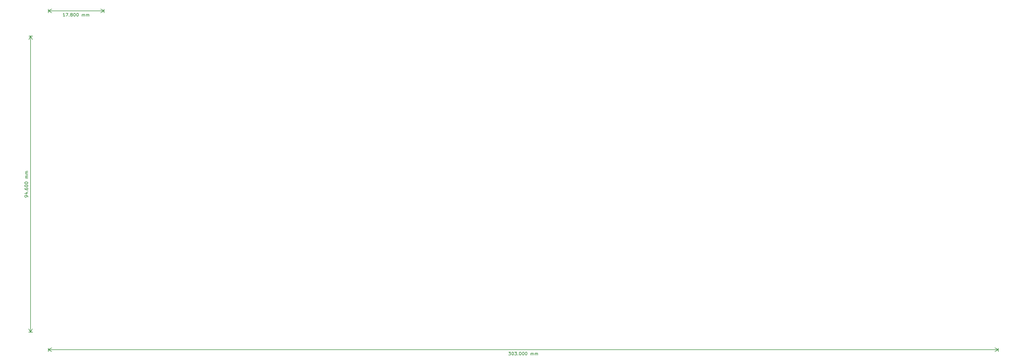
<source format=gto>
G04 #@! TF.GenerationSoftware,KiCad,Pcbnew,(5.1.9-1-g591a07d2d9)-1*
G04 #@! TF.CreationDate,2021-05-31T00:50:00-06:00*
G04 #@! TF.ProjectId,keyboard-layout,6b657962-6f61-4726-942d-6c61796f7574,rev?*
G04 #@! TF.SameCoordinates,Original*
G04 #@! TF.FileFunction,Legend,Top*
G04 #@! TF.FilePolarity,Positive*
%FSLAX46Y46*%
G04 Gerber Fmt 4.6, Leading zero omitted, Abs format (unit mm)*
G04 Created by KiCad (PCBNEW (5.1.9-1-g591a07d2d9)-1) date 2021-05-31 00:50:00*
%MOMM*%
%LPD*%
G01*
G04 APERTURE LIST*
%ADD10C,0.150000*%
G04 APERTURE END LIST*
D10*
X167758333Y-120827380D02*
X168377380Y-120827380D01*
X168044047Y-121208333D01*
X168186904Y-121208333D01*
X168282142Y-121255952D01*
X168329761Y-121303571D01*
X168377380Y-121398809D01*
X168377380Y-121636904D01*
X168329761Y-121732142D01*
X168282142Y-121779761D01*
X168186904Y-121827380D01*
X167901190Y-121827380D01*
X167805952Y-121779761D01*
X167758333Y-121732142D01*
X168996428Y-120827380D02*
X169091666Y-120827380D01*
X169186904Y-120875000D01*
X169234523Y-120922619D01*
X169282142Y-121017857D01*
X169329761Y-121208333D01*
X169329761Y-121446428D01*
X169282142Y-121636904D01*
X169234523Y-121732142D01*
X169186904Y-121779761D01*
X169091666Y-121827380D01*
X168996428Y-121827380D01*
X168901190Y-121779761D01*
X168853571Y-121732142D01*
X168805952Y-121636904D01*
X168758333Y-121446428D01*
X168758333Y-121208333D01*
X168805952Y-121017857D01*
X168853571Y-120922619D01*
X168901190Y-120875000D01*
X168996428Y-120827380D01*
X169663095Y-120827380D02*
X170282142Y-120827380D01*
X169948809Y-121208333D01*
X170091666Y-121208333D01*
X170186904Y-121255952D01*
X170234523Y-121303571D01*
X170282142Y-121398809D01*
X170282142Y-121636904D01*
X170234523Y-121732142D01*
X170186904Y-121779761D01*
X170091666Y-121827380D01*
X169805952Y-121827380D01*
X169710714Y-121779761D01*
X169663095Y-121732142D01*
X170710714Y-121732142D02*
X170758333Y-121779761D01*
X170710714Y-121827380D01*
X170663095Y-121779761D01*
X170710714Y-121732142D01*
X170710714Y-121827380D01*
X171377380Y-120827380D02*
X171472619Y-120827380D01*
X171567857Y-120875000D01*
X171615476Y-120922619D01*
X171663095Y-121017857D01*
X171710714Y-121208333D01*
X171710714Y-121446428D01*
X171663095Y-121636904D01*
X171615476Y-121732142D01*
X171567857Y-121779761D01*
X171472619Y-121827380D01*
X171377380Y-121827380D01*
X171282142Y-121779761D01*
X171234523Y-121732142D01*
X171186904Y-121636904D01*
X171139285Y-121446428D01*
X171139285Y-121208333D01*
X171186904Y-121017857D01*
X171234523Y-120922619D01*
X171282142Y-120875000D01*
X171377380Y-120827380D01*
X172329761Y-120827380D02*
X172425000Y-120827380D01*
X172520238Y-120875000D01*
X172567857Y-120922619D01*
X172615476Y-121017857D01*
X172663095Y-121208333D01*
X172663095Y-121446428D01*
X172615476Y-121636904D01*
X172567857Y-121732142D01*
X172520238Y-121779761D01*
X172425000Y-121827380D01*
X172329761Y-121827380D01*
X172234523Y-121779761D01*
X172186904Y-121732142D01*
X172139285Y-121636904D01*
X172091666Y-121446428D01*
X172091666Y-121208333D01*
X172139285Y-121017857D01*
X172186904Y-120922619D01*
X172234523Y-120875000D01*
X172329761Y-120827380D01*
X173282142Y-120827380D02*
X173377380Y-120827380D01*
X173472619Y-120875000D01*
X173520238Y-120922619D01*
X173567857Y-121017857D01*
X173615476Y-121208333D01*
X173615476Y-121446428D01*
X173567857Y-121636904D01*
X173520238Y-121732142D01*
X173472619Y-121779761D01*
X173377380Y-121827380D01*
X173282142Y-121827380D01*
X173186904Y-121779761D01*
X173139285Y-121732142D01*
X173091666Y-121636904D01*
X173044047Y-121446428D01*
X173044047Y-121208333D01*
X173091666Y-121017857D01*
X173139285Y-120922619D01*
X173186904Y-120875000D01*
X173282142Y-120827380D01*
X174805952Y-121827380D02*
X174805952Y-121160714D01*
X174805952Y-121255952D02*
X174853571Y-121208333D01*
X174948809Y-121160714D01*
X175091666Y-121160714D01*
X175186904Y-121208333D01*
X175234523Y-121303571D01*
X175234523Y-121827380D01*
X175234523Y-121303571D02*
X175282142Y-121208333D01*
X175377380Y-121160714D01*
X175520238Y-121160714D01*
X175615476Y-121208333D01*
X175663095Y-121303571D01*
X175663095Y-121827380D01*
X176139285Y-121827380D02*
X176139285Y-121160714D01*
X176139285Y-121255952D02*
X176186904Y-121208333D01*
X176282142Y-121160714D01*
X176425000Y-121160714D01*
X176520238Y-121208333D01*
X176567857Y-121303571D01*
X176567857Y-121827380D01*
X176567857Y-121303571D02*
X176615476Y-121208333D01*
X176710714Y-121160714D01*
X176853571Y-121160714D01*
X176948809Y-121208333D01*
X176996428Y-121303571D01*
X176996428Y-121827380D01*
X20925000Y-120075000D02*
X323925000Y-120075000D01*
X20925000Y-119550000D02*
X20925000Y-120661421D01*
X323925000Y-119550000D02*
X323925000Y-120661421D01*
X323925000Y-120075000D02*
X322798496Y-120661421D01*
X323925000Y-120075000D02*
X322798496Y-119488579D01*
X20925000Y-120075000D02*
X22051504Y-120661421D01*
X20925000Y-120075000D02*
X22051504Y-119488579D01*
X14442299Y-71296055D02*
X14442299Y-71105578D01*
X14394680Y-71010340D01*
X14347061Y-70962721D01*
X14204204Y-70867483D01*
X14013728Y-70819864D01*
X13632776Y-70819864D01*
X13537538Y-70867483D01*
X13489919Y-70915102D01*
X13442299Y-71010340D01*
X13442299Y-71200816D01*
X13489919Y-71296055D01*
X13537538Y-71343674D01*
X13632776Y-71391293D01*
X13870871Y-71391293D01*
X13966109Y-71343674D01*
X14013728Y-71296055D01*
X14061347Y-71200816D01*
X14061347Y-71010340D01*
X14013728Y-70915102D01*
X13966109Y-70867483D01*
X13870871Y-70819864D01*
X13775633Y-69962721D02*
X14442299Y-69962721D01*
X13394680Y-70200816D02*
X14108966Y-70438912D01*
X14108966Y-69819864D01*
X14347061Y-69438912D02*
X14394680Y-69391293D01*
X14442299Y-69438912D01*
X14394680Y-69486531D01*
X14347061Y-69438912D01*
X14442299Y-69438912D01*
X13442299Y-68534150D02*
X13442299Y-68724626D01*
X13489919Y-68819864D01*
X13537538Y-68867483D01*
X13680395Y-68962721D01*
X13870871Y-69010340D01*
X14251823Y-69010340D01*
X14347061Y-68962721D01*
X14394680Y-68915102D01*
X14442299Y-68819864D01*
X14442299Y-68629388D01*
X14394680Y-68534150D01*
X14347061Y-68486531D01*
X14251823Y-68438912D01*
X14013728Y-68438912D01*
X13918490Y-68486531D01*
X13870871Y-68534150D01*
X13823252Y-68629388D01*
X13823252Y-68819864D01*
X13870871Y-68915102D01*
X13918490Y-68962721D01*
X14013728Y-69010340D01*
X13442299Y-67819864D02*
X13442299Y-67724626D01*
X13489919Y-67629388D01*
X13537538Y-67581769D01*
X13632776Y-67534150D01*
X13823252Y-67486531D01*
X14061347Y-67486531D01*
X14251823Y-67534150D01*
X14347061Y-67581769D01*
X14394680Y-67629388D01*
X14442299Y-67724626D01*
X14442299Y-67819864D01*
X14394680Y-67915102D01*
X14347061Y-67962721D01*
X14251823Y-68010340D01*
X14061347Y-68057959D01*
X13823252Y-68057959D01*
X13632776Y-68010340D01*
X13537538Y-67962721D01*
X13489919Y-67915102D01*
X13442299Y-67819864D01*
X13442299Y-66867483D02*
X13442299Y-66772245D01*
X13489919Y-66677007D01*
X13537538Y-66629388D01*
X13632776Y-66581769D01*
X13823252Y-66534150D01*
X14061347Y-66534150D01*
X14251823Y-66581769D01*
X14347061Y-66629388D01*
X14394680Y-66677007D01*
X14442299Y-66772245D01*
X14442299Y-66867483D01*
X14394680Y-66962721D01*
X14347061Y-67010340D01*
X14251823Y-67057959D01*
X14061347Y-67105578D01*
X13823252Y-67105578D01*
X13632776Y-67057959D01*
X13537538Y-67010340D01*
X13489919Y-66962721D01*
X13442299Y-66867483D01*
X14442299Y-65343674D02*
X13775633Y-65343674D01*
X13870871Y-65343674D02*
X13823252Y-65296055D01*
X13775633Y-65200816D01*
X13775633Y-65057959D01*
X13823252Y-64962721D01*
X13918490Y-64915102D01*
X14442299Y-64915102D01*
X13918490Y-64915102D02*
X13823252Y-64867483D01*
X13775633Y-64772245D01*
X13775633Y-64629388D01*
X13823252Y-64534150D01*
X13918490Y-64486531D01*
X14442299Y-64486531D01*
X14442299Y-64010340D02*
X13775633Y-64010340D01*
X13870871Y-64010340D02*
X13823252Y-63962721D01*
X13775633Y-63867483D01*
X13775633Y-63724626D01*
X13823252Y-63629388D01*
X13918490Y-63581769D01*
X14442299Y-63581769D01*
X13918490Y-63581769D02*
X13823252Y-63534150D01*
X13775633Y-63438912D01*
X13775633Y-63296055D01*
X13823252Y-63200816D01*
X13918490Y-63153197D01*
X14442299Y-63153197D01*
X15252419Y-114549467D02*
X15327419Y-19949467D01*
X15925000Y-114550000D02*
X14665999Y-114549002D01*
X16000000Y-19950000D02*
X14740999Y-19949002D01*
X15327419Y-19949467D02*
X15912946Y-21076435D01*
X15327419Y-19949467D02*
X14740105Y-21075505D01*
X15252419Y-114549467D02*
X15839733Y-113423429D01*
X15252419Y-114549467D02*
X14666892Y-113422499D01*
X26253571Y-13627380D02*
X25682142Y-13627380D01*
X25967857Y-13627380D02*
X25967857Y-12627380D01*
X25872619Y-12770238D01*
X25777380Y-12865476D01*
X25682142Y-12913095D01*
X26586904Y-12627380D02*
X27253571Y-12627380D01*
X26825000Y-13627380D01*
X27634523Y-13532142D02*
X27682142Y-13579761D01*
X27634523Y-13627380D01*
X27586904Y-13579761D01*
X27634523Y-13532142D01*
X27634523Y-13627380D01*
X28253571Y-13055952D02*
X28158333Y-13008333D01*
X28110714Y-12960714D01*
X28063095Y-12865476D01*
X28063095Y-12817857D01*
X28110714Y-12722619D01*
X28158333Y-12675000D01*
X28253571Y-12627380D01*
X28444047Y-12627380D01*
X28539285Y-12675000D01*
X28586904Y-12722619D01*
X28634523Y-12817857D01*
X28634523Y-12865476D01*
X28586904Y-12960714D01*
X28539285Y-13008333D01*
X28444047Y-13055952D01*
X28253571Y-13055952D01*
X28158333Y-13103571D01*
X28110714Y-13151190D01*
X28063095Y-13246428D01*
X28063095Y-13436904D01*
X28110714Y-13532142D01*
X28158333Y-13579761D01*
X28253571Y-13627380D01*
X28444047Y-13627380D01*
X28539285Y-13579761D01*
X28586904Y-13532142D01*
X28634523Y-13436904D01*
X28634523Y-13246428D01*
X28586904Y-13151190D01*
X28539285Y-13103571D01*
X28444047Y-13055952D01*
X29253571Y-12627380D02*
X29348809Y-12627380D01*
X29444047Y-12675000D01*
X29491666Y-12722619D01*
X29539285Y-12817857D01*
X29586904Y-13008333D01*
X29586904Y-13246428D01*
X29539285Y-13436904D01*
X29491666Y-13532142D01*
X29444047Y-13579761D01*
X29348809Y-13627380D01*
X29253571Y-13627380D01*
X29158333Y-13579761D01*
X29110714Y-13532142D01*
X29063095Y-13436904D01*
X29015476Y-13246428D01*
X29015476Y-13008333D01*
X29063095Y-12817857D01*
X29110714Y-12722619D01*
X29158333Y-12675000D01*
X29253571Y-12627380D01*
X30205952Y-12627380D02*
X30301190Y-12627380D01*
X30396428Y-12675000D01*
X30444047Y-12722619D01*
X30491666Y-12817857D01*
X30539285Y-13008333D01*
X30539285Y-13246428D01*
X30491666Y-13436904D01*
X30444047Y-13532142D01*
X30396428Y-13579761D01*
X30301190Y-13627380D01*
X30205952Y-13627380D01*
X30110714Y-13579761D01*
X30063095Y-13532142D01*
X30015476Y-13436904D01*
X29967857Y-13246428D01*
X29967857Y-13008333D01*
X30015476Y-12817857D01*
X30063095Y-12722619D01*
X30110714Y-12675000D01*
X30205952Y-12627380D01*
X31729761Y-13627380D02*
X31729761Y-12960714D01*
X31729761Y-13055952D02*
X31777380Y-13008333D01*
X31872619Y-12960714D01*
X32015476Y-12960714D01*
X32110714Y-13008333D01*
X32158333Y-13103571D01*
X32158333Y-13627380D01*
X32158333Y-13103571D02*
X32205952Y-13008333D01*
X32301190Y-12960714D01*
X32444047Y-12960714D01*
X32539285Y-13008333D01*
X32586904Y-13103571D01*
X32586904Y-13627380D01*
X33063095Y-13627380D02*
X33063095Y-12960714D01*
X33063095Y-13055952D02*
X33110714Y-13008333D01*
X33205952Y-12960714D01*
X33348809Y-12960714D01*
X33444047Y-13008333D01*
X33491666Y-13103571D01*
X33491666Y-13627380D01*
X33491666Y-13103571D02*
X33539285Y-13008333D01*
X33634523Y-12960714D01*
X33777380Y-12960714D01*
X33872619Y-13008333D01*
X33920238Y-13103571D01*
X33920238Y-13627380D01*
X38725000Y-11875000D02*
X20925000Y-11875000D01*
X38725000Y-11325000D02*
X38725000Y-12461421D01*
X20925000Y-11325000D02*
X20925000Y-12461421D01*
X20925000Y-11875000D02*
X22051504Y-11288579D01*
X20925000Y-11875000D02*
X22051504Y-12461421D01*
X38725000Y-11875000D02*
X37598496Y-11288579D01*
X38725000Y-11875000D02*
X37598496Y-12461421D01*
M02*

</source>
